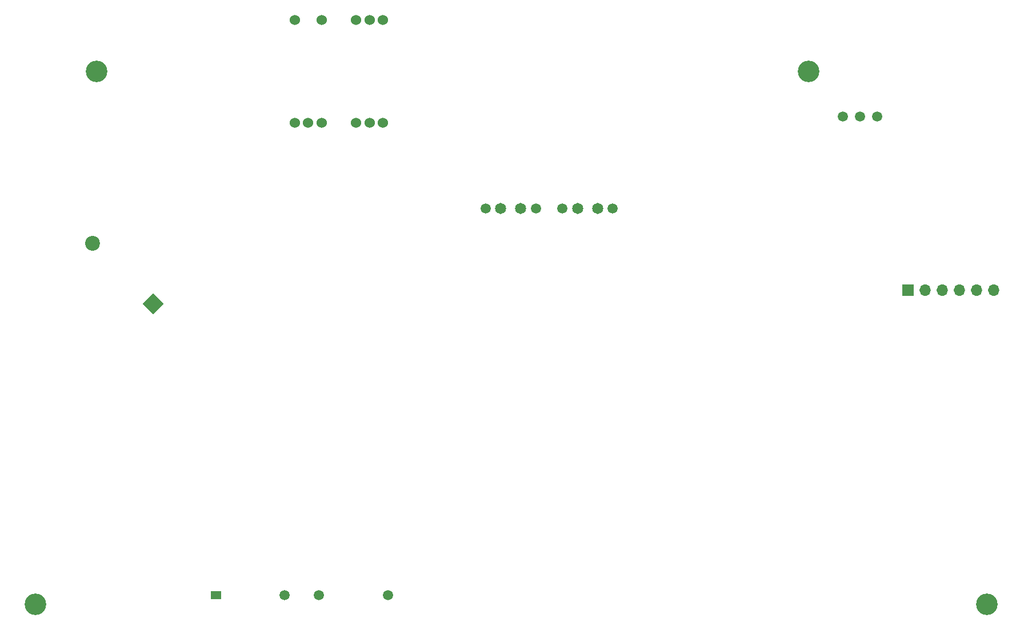
<source format=gbr>
%TF.GenerationSoftware,KiCad,Pcbnew,8.0.2*%
%TF.CreationDate,2025-02-22T19:17:46+01:00*%
%TF.ProjectId,Master_FT25,4d617374-6572-45f4-9654-32352e6b6963,rev?*%
%TF.SameCoordinates,Original*%
%TF.FileFunction,Soldermask,Bot*%
%TF.FilePolarity,Negative*%
%FSLAX46Y46*%
G04 Gerber Fmt 4.6, Leading zero omitted, Abs format (unit mm)*
G04 Created by KiCad (PCBNEW 8.0.2) date 2025-02-22 19:17:46*
%MOMM*%
%LPD*%
G01*
G04 APERTURE LIST*
G04 Aperture macros list*
%AMHorizOval*
0 Thick line with rounded ends*
0 $1 width*
0 $2 $3 position (X,Y) of the first rounded end (center of the circle)*
0 $4 $5 position (X,Y) of the second rounded end (center of the circle)*
0 Add line between two ends*
20,1,$1,$2,$3,$4,$5,0*
0 Add two circle primitives to create the rounded ends*
1,1,$1,$2,$3*
1,1,$1,$4,$5*%
%AMRotRect*
0 Rectangle, with rotation*
0 The origin of the aperture is its center*
0 $1 length*
0 $2 width*
0 $3 Rotation angle, in degrees counterclockwise*
0 Add horizontal line*
21,1,$1,$2,0,0,$3*%
G04 Aperture macros list end*
%ADD10C,3.200000*%
%ADD11RotRect,2.200000X2.200000X135.000000*%
%ADD12HorizOval,2.200000X0.000000X0.000000X0.000000X0.000000X0*%
%ADD13C,1.500000*%
%ADD14C,1.650000*%
%ADD15C,1.524000*%
%ADD16R,1.700000X1.700000*%
%ADD17O,1.700000X1.700000*%
%ADD18R,1.500000X1.303000*%
G04 APERTURE END LIST*
D10*
%TO.C,H3*%
X63850000Y-56250000D03*
%TD*%
D11*
%TO.C,D7*%
X72240128Y-90690128D03*
D12*
X63259872Y-81709872D03*
%TD*%
D10*
%TO.C,H4*%
X54750000Y-135200000D03*
%TD*%
D13*
%TO.C,J12*%
X140315000Y-76550000D03*
X132885000Y-76550000D03*
D14*
X135100000Y-76550000D03*
X138100000Y-76550000D03*
%TD*%
D13*
%TO.C,U3*%
X174430000Y-62900000D03*
X176970000Y-62900000D03*
X179509999Y-62900000D03*
%TD*%
D15*
%TO.C,T1*%
X95210000Y-63870000D03*
X93210000Y-63870000D03*
X97210000Y-63870000D03*
X102290000Y-63870000D03*
X104290000Y-63870000D03*
X106290000Y-63870000D03*
X106290000Y-48630000D03*
X104290000Y-48630000D03*
X102290000Y-48630000D03*
X97210000Y-48630000D03*
X93210000Y-48630000D03*
%TD*%
D13*
%TO.C,J13*%
X128915000Y-76535000D03*
X121485000Y-76535000D03*
D14*
X123700000Y-76535000D03*
X126700000Y-76535000D03*
%TD*%
D16*
%TO.C,J3*%
X184100000Y-88650000D03*
D17*
X186640000Y-88650000D03*
X189180000Y-88650000D03*
X191720000Y-88650000D03*
X194260000Y-88650000D03*
X196800000Y-88650000D03*
%TD*%
D18*
%TO.C,K2*%
X81500000Y-133850000D03*
D13*
X91700000Y-133850000D03*
X96800000Y-133850000D03*
X107000000Y-133850000D03*
%TD*%
D10*
%TO.C,H5*%
X195750000Y-135200000D03*
%TD*%
%TO.C,H1*%
X169300000Y-56250000D03*
%TD*%
M02*

</source>
